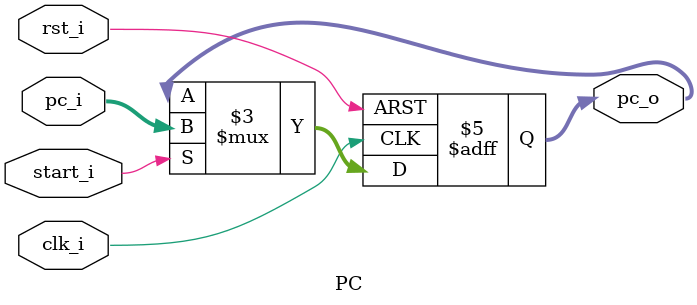
<source format=v>
module PC
(
    clk_i,
    rst_i,
    start_i,
    pc_i,
    pc_o
);

// Ports
input               clk_i;
input               rst_i;
input               start_i;
input   [31:0]      pc_i;
output  [31:0]      pc_o;

// Wires & Registers
reg     [31:0]      pc_o;


always@(posedge clk_i or posedge rst_i) begin
    if(rst_i) begin
        pc_o <= 32'b0;
    end
    else begin
        if(start_i)
            pc_o <= pc_i;
        else
            pc_o <= pc_o;
    end
end

endmodule

</source>
